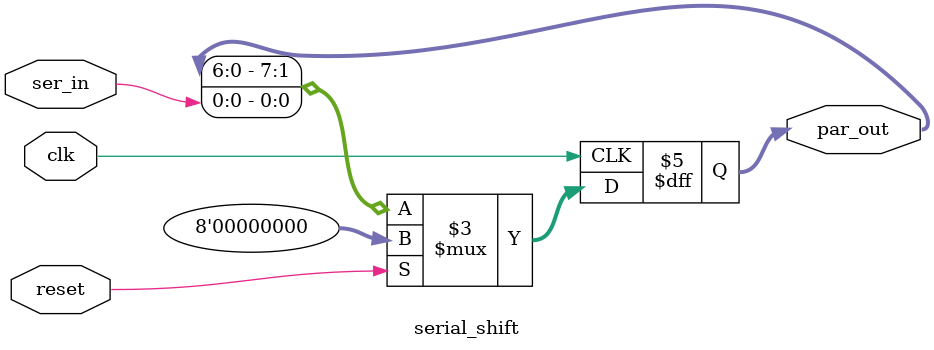
<source format=v>
module serial_shift
	#(
	parameter DLY_WIDTH = 8
	)
	(
	input 	clk,
	input	reset,
	input	ser_in,
	output reg [DLY_WIDTH-1:0] par_out
	);

	always@(posedge clk)
		if(reset)	par_out <= 0;
		else		par_out <= {par_out[DLY_WIDTH-2:0],ser_in};
endmodule
</source>
